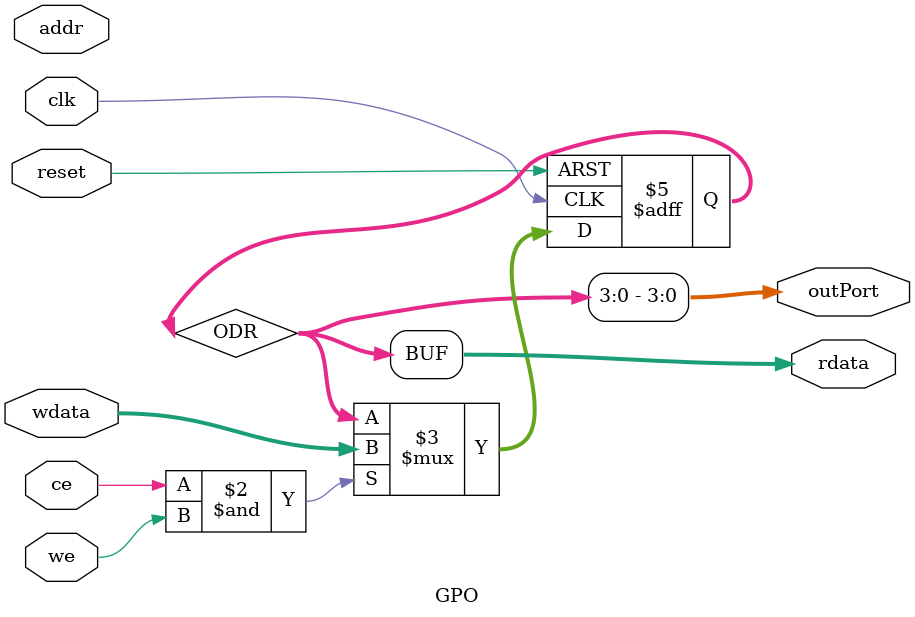
<source format=sv>
`timescale 1ns / 1ps

module GPO (
    input  logic        clk,
    input  logic        reset,
    input  logic        ce,
    input  logic        we,
    input  logic [ 1:0] addr,
    input  logic [31:0] wdata,
    output logic [31:0] rdata,
    output logic [ 3:0] outPort
);

  //GPO Register
  logic [31:0] ODR;  //ODR 값에 따라 Output 결정

  //Output logic
  assign outPort = ODR[3:0];

  //Write logic
  always_ff @(posedge clk, posedge reset) begin : GPO
    if (reset) begin
      ODR <= 0;
    end else begin
      if (ce & we) ODR <= wdata;
    end
  end

  //Read logic
  assign rdata = ODR;

endmodule

</source>
